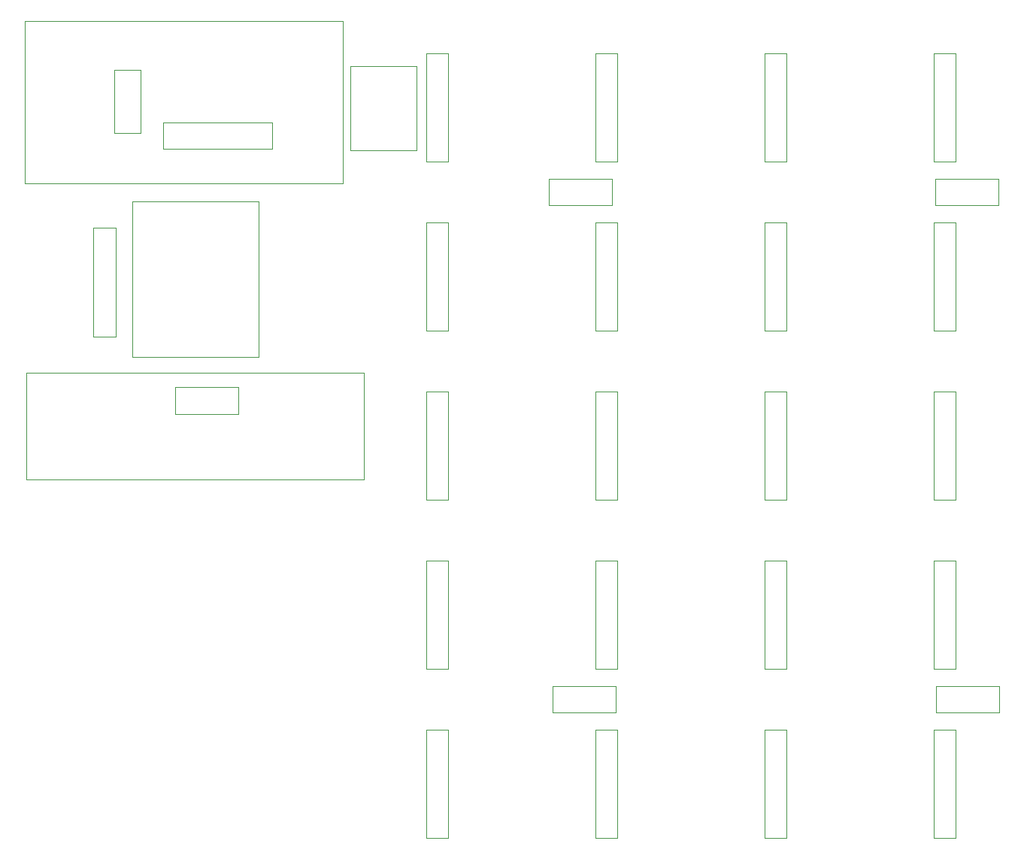
<source format=gbr>
G04 #@! TF.GenerationSoftware,KiCad,Pcbnew,(5.1.10)-1*
G04 #@! TF.CreationDate,2021-09-25T19:48:32+02:00*
G04 #@! TF.ProjectId,SheepyPad,53686565-7079-4506-9164-2e6b69636164,rev?*
G04 #@! TF.SameCoordinates,Original*
G04 #@! TF.FileFunction,Other,User*
%FSLAX46Y46*%
G04 Gerber Fmt 4.6, Leading zero omitted, Abs format (unit mm)*
G04 Created by KiCad (PCBNEW (5.1.10)-1) date 2021-09-25 19:48:32*
%MOMM*%
%LPD*%
G01*
G04 APERTURE LIST*
%ADD10C,0.050000*%
%ADD11C,0.040000*%
G04 APERTURE END LIST*
D10*
X73255000Y-58120000D02*
X73255000Y-51020000D01*
X70255000Y-58120000D02*
X73255000Y-58120000D01*
X70255000Y-51020000D02*
X70255000Y-58120000D01*
X73255000Y-51020000D02*
X70255000Y-51020000D01*
X126319000Y-63270000D02*
X119219000Y-63270000D01*
X126319000Y-66270000D02*
X126319000Y-63270000D01*
X119219000Y-66270000D02*
X126319000Y-66270000D01*
X119219000Y-63270000D02*
X119219000Y-66270000D01*
X162780000Y-66270000D02*
X169880000Y-66270000D01*
X162780000Y-63270000D02*
X162780000Y-66270000D01*
X169880000Y-63270000D02*
X162780000Y-63270000D01*
X169880000Y-66270000D02*
X169880000Y-63270000D01*
X162860000Y-123420000D02*
X169960000Y-123420000D01*
X162860000Y-120420000D02*
X162860000Y-123420000D01*
X169960000Y-120420000D02*
X162860000Y-120420000D01*
X169960000Y-123420000D02*
X169960000Y-120420000D01*
X126780000Y-120420000D02*
X119680000Y-120420000D01*
X126780000Y-123420000D02*
X126780000Y-120420000D01*
X119680000Y-123420000D02*
X126780000Y-123420000D01*
X119680000Y-120420000D02*
X119680000Y-123420000D01*
X84282000Y-86765000D02*
X77182000Y-86765000D01*
X84282000Y-89765000D02*
X84282000Y-86765000D01*
X77182000Y-89765000D02*
X84282000Y-89765000D01*
X77182000Y-86765000D02*
X77182000Y-89765000D01*
X96012000Y-45466000D02*
X96012000Y-63754000D01*
X96012000Y-45466000D02*
X60198000Y-45466000D01*
X60198000Y-63754000D02*
X96012000Y-63754000D01*
X60198000Y-63754000D02*
X60198000Y-45466000D01*
D11*
X60425000Y-97155000D02*
X98425000Y-97155000D01*
X98425000Y-97155000D02*
X98425000Y-85155000D01*
X98425000Y-85155000D02*
X60425000Y-85155000D01*
X60425000Y-85155000D02*
X60425000Y-97155000D01*
D10*
X104120000Y-60070000D02*
X97120000Y-60070000D01*
X96870000Y-59820000D02*
X96870000Y-50820000D01*
X97120000Y-50570000D02*
X104120000Y-50570000D01*
X104370000Y-50820000D02*
X104370000Y-59820000D01*
X96870000Y-50570000D02*
X96870000Y-50820000D01*
X97120000Y-50570000D02*
X96870000Y-50570000D01*
X104370000Y-50570000D02*
X104370000Y-50820000D01*
X104120000Y-50570000D02*
X104370000Y-50570000D01*
X104370000Y-60070000D02*
X104120000Y-60070000D01*
X104370000Y-59820000D02*
X104370000Y-60070000D01*
X96870000Y-60070000D02*
X97120000Y-60070000D01*
X96870000Y-59820000D02*
X96870000Y-60070000D01*
X88045000Y-56920000D02*
X75785000Y-56920000D01*
X88045000Y-59920000D02*
X88045000Y-56920000D01*
X75785000Y-59920000D02*
X88045000Y-59920000D01*
X75785000Y-56920000D02*
X75785000Y-59920000D01*
X70465000Y-81060000D02*
X70465000Y-68800000D01*
X67965000Y-81060000D02*
X70465000Y-81060000D01*
X67965000Y-68800000D02*
X67965000Y-81060000D01*
X70465000Y-68800000D02*
X67965000Y-68800000D01*
X143530000Y-68165000D02*
X143530000Y-80425000D01*
X146030000Y-68165000D02*
X143530000Y-68165000D01*
X146030000Y-80425000D02*
X146030000Y-68165000D01*
X143530000Y-80425000D02*
X146030000Y-80425000D01*
X72315000Y-83310000D02*
X72315000Y-65810000D01*
X72315000Y-83310000D02*
X86515000Y-83310000D01*
X86515000Y-65810000D02*
X72315000Y-65810000D01*
X86515000Y-65810000D02*
X86515000Y-83310000D01*
X162580000Y-125315000D02*
X162580000Y-137575000D01*
X165080000Y-125315000D02*
X162580000Y-125315000D01*
X165080000Y-137575000D02*
X165080000Y-125315000D01*
X162580000Y-137575000D02*
X165080000Y-137575000D01*
X162580000Y-106265000D02*
X162580000Y-118525000D01*
X165080000Y-106265000D02*
X162580000Y-106265000D01*
X165080000Y-118525000D02*
X165080000Y-106265000D01*
X162580000Y-118525000D02*
X165080000Y-118525000D01*
X162580000Y-87215000D02*
X162580000Y-99475000D01*
X165080000Y-87215000D02*
X162580000Y-87215000D01*
X165080000Y-99475000D02*
X165080000Y-87215000D01*
X162580000Y-99475000D02*
X165080000Y-99475000D01*
X162580000Y-68165000D02*
X162580000Y-80425000D01*
X165080000Y-68165000D02*
X162580000Y-68165000D01*
X165080000Y-80425000D02*
X165080000Y-68165000D01*
X162580000Y-80425000D02*
X165080000Y-80425000D01*
X162580000Y-49115000D02*
X162580000Y-61375000D01*
X165080000Y-49115000D02*
X162580000Y-49115000D01*
X165080000Y-61375000D02*
X165080000Y-49115000D01*
X162580000Y-61375000D02*
X165080000Y-61375000D01*
X143530000Y-125315000D02*
X143530000Y-137575000D01*
X146030000Y-125315000D02*
X143530000Y-125315000D01*
X146030000Y-137575000D02*
X146030000Y-125315000D01*
X143530000Y-137575000D02*
X146030000Y-137575000D01*
X143530000Y-106265000D02*
X143530000Y-118525000D01*
X146030000Y-106265000D02*
X143530000Y-106265000D01*
X146030000Y-118525000D02*
X146030000Y-106265000D01*
X143530000Y-118525000D02*
X146030000Y-118525000D01*
X143530000Y-87215000D02*
X143530000Y-99475000D01*
X146030000Y-87215000D02*
X143530000Y-87215000D01*
X146030000Y-99475000D02*
X146030000Y-87215000D01*
X143530000Y-99475000D02*
X146030000Y-99475000D01*
X143530000Y-49115000D02*
X143530000Y-61375000D01*
X146030000Y-49115000D02*
X143530000Y-49115000D01*
X146030000Y-61375000D02*
X146030000Y-49115000D01*
X143530000Y-61375000D02*
X146030000Y-61375000D01*
X124480000Y-125315000D02*
X124480000Y-137575000D01*
X126980000Y-125315000D02*
X124480000Y-125315000D01*
X126980000Y-137575000D02*
X126980000Y-125315000D01*
X124480000Y-137575000D02*
X126980000Y-137575000D01*
X124480000Y-106265000D02*
X124480000Y-118525000D01*
X126980000Y-106265000D02*
X124480000Y-106265000D01*
X126980000Y-118525000D02*
X126980000Y-106265000D01*
X124480000Y-118525000D02*
X126980000Y-118525000D01*
X124480000Y-87215000D02*
X124480000Y-99475000D01*
X126980000Y-87215000D02*
X124480000Y-87215000D01*
X126980000Y-99475000D02*
X126980000Y-87215000D01*
X124480000Y-99475000D02*
X126980000Y-99475000D01*
X124480000Y-68165000D02*
X124480000Y-80425000D01*
X126980000Y-68165000D02*
X124480000Y-68165000D01*
X126980000Y-80425000D02*
X126980000Y-68165000D01*
X124480000Y-80425000D02*
X126980000Y-80425000D01*
X124480000Y-49115000D02*
X124480000Y-61375000D01*
X126980000Y-49115000D02*
X124480000Y-49115000D01*
X126980000Y-61375000D02*
X126980000Y-49115000D01*
X124480000Y-61375000D02*
X126980000Y-61375000D01*
X105430000Y-125315000D02*
X105430000Y-137575000D01*
X107930000Y-125315000D02*
X105430000Y-125315000D01*
X107930000Y-137575000D02*
X107930000Y-125315000D01*
X105430000Y-137575000D02*
X107930000Y-137575000D01*
X105430000Y-106265000D02*
X105430000Y-118525000D01*
X107930000Y-106265000D02*
X105430000Y-106265000D01*
X107930000Y-118525000D02*
X107930000Y-106265000D01*
X105430000Y-118525000D02*
X107930000Y-118525000D01*
X105430000Y-87215000D02*
X105430000Y-99475000D01*
X107930000Y-87215000D02*
X105430000Y-87215000D01*
X107930000Y-99475000D02*
X107930000Y-87215000D01*
X105430000Y-99475000D02*
X107930000Y-99475000D01*
X105430000Y-68165000D02*
X105430000Y-80425000D01*
X107930000Y-68165000D02*
X105430000Y-68165000D01*
X107930000Y-80425000D02*
X107930000Y-68165000D01*
X105430000Y-80425000D02*
X107930000Y-80425000D01*
X105430000Y-49115000D02*
X105430000Y-61375000D01*
X107930000Y-49115000D02*
X105430000Y-49115000D01*
X107930000Y-61375000D02*
X107930000Y-49115000D01*
X105430000Y-61375000D02*
X107930000Y-61375000D01*
M02*

</source>
